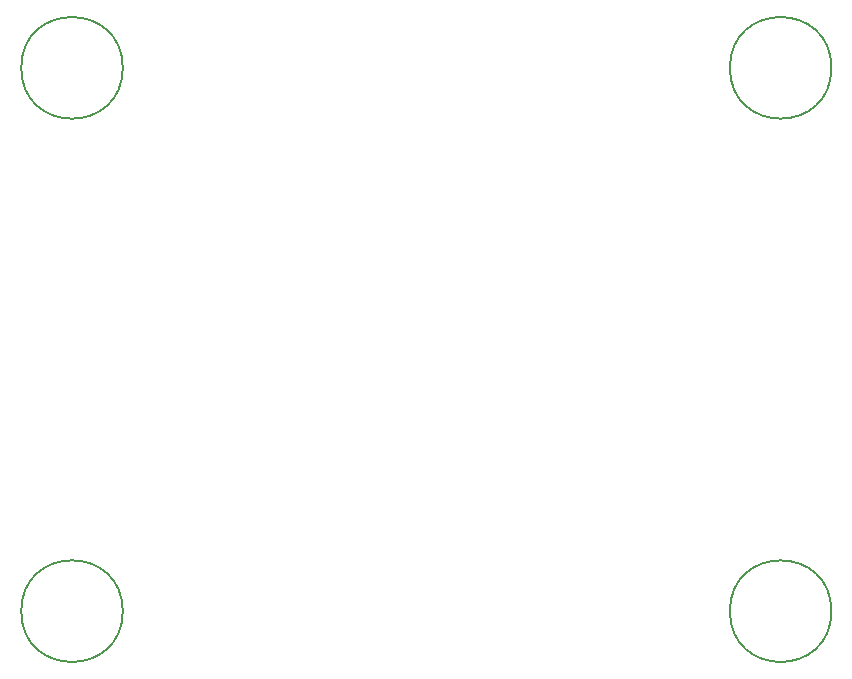
<source format=gbr>
%TF.GenerationSoftware,KiCad,Pcbnew,(6.0.1-0)*%
%TF.CreationDate,2022-12-13T14:32:30+01:00*%
%TF.ProjectId,CAN_Steppermodul,43414e5f-5374-4657-9070-65726d6f6475,rev?*%
%TF.SameCoordinates,Original*%
%TF.FileFunction,Other,Comment*%
%FSLAX46Y46*%
G04 Gerber Fmt 4.6, Leading zero omitted, Abs format (unit mm)*
G04 Created by KiCad (PCBNEW (6.0.1-0)) date 2022-12-13 14:32:30*
%MOMM*%
%LPD*%
G01*
G04 APERTURE LIST*
%ADD10C,0.150000*%
G04 APERTURE END LIST*
D10*
%TO.C,H4*%
X182300000Y-76000000D02*
G75*
G03*
X182300000Y-76000000I-4300000J0D01*
G01*
%TO.C,H3*%
X122300000Y-76000000D02*
G75*
G03*
X122300000Y-76000000I-4300000J0D01*
G01*
%TO.C,H2*%
X122300000Y-122000000D02*
G75*
G03*
X122300000Y-122000000I-4300000J0D01*
G01*
%TO.C,H1*%
X182300000Y-122000000D02*
G75*
G03*
X182300000Y-122000000I-4300000J0D01*
G01*
%TD*%
M02*

</source>
